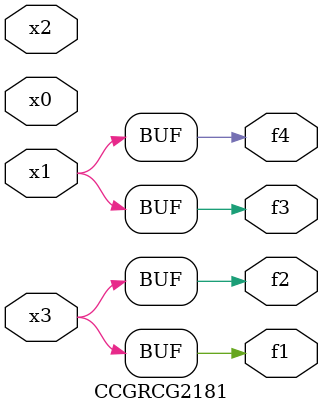
<source format=v>
module CCGRCG2181(
	input x0, x1, x2, x3,
	output f1, f2, f3, f4
);
	assign f1 = x3;
	assign f2 = x3;
	assign f3 = x1;
	assign f4 = x1;
endmodule

</source>
